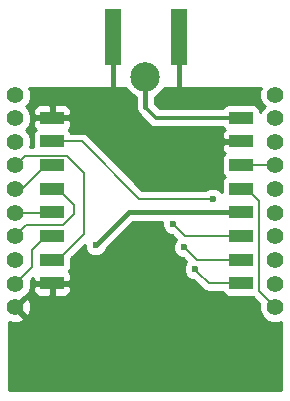
<source format=gbr>
G04 #@! TF.FileFunction,Copper,L2,Bot,Signal*
%FSLAX46Y46*%
G04 Gerber Fmt 4.6, Leading zero omitted, Abs format (unit mm)*
G04 Created by KiCad (PCBNEW 4.0.4-stable) date 12/30/16 23:23:28*
%MOMM*%
%LPD*%
G01*
G04 APERTURE LIST*
%ADD10C,0.100000*%
%ADD11C,0.500000*%
%ADD12C,1.400000*%
%ADD13R,2.000000X1.000000*%
%ADD14R,1.350000X4.700000*%
%ADD15C,2.500000*%
%ADD16C,0.600000*%
%ADD17C,0.203200*%
%ADD18C,0.381000*%
%ADD19C,0.349580*%
%ADD20C,0.200000*%
%ADD21C,0.254000*%
G04 APERTURE END LIST*
D10*
D11*
X177370000Y-105260000D03*
X177350000Y-107110000D03*
X179300000Y-107120000D03*
X186030000Y-105230000D03*
X187890000Y-110210000D03*
X180200000Y-110210000D03*
X183530000Y-110210000D03*
X183530000Y-112900000D03*
X183970000Y-123570000D03*
X183970000Y-120400000D03*
X180290000Y-120420000D03*
X181330000Y-107110000D03*
X180440000Y-105230000D03*
X189550000Y-124990000D03*
X194550000Y-124990000D03*
X194550000Y-129990000D03*
X189550000Y-129990000D03*
X184550000Y-129990000D03*
X184330000Y-106000000D03*
X189330000Y-106000000D03*
X188330000Y-106000000D03*
X187330000Y-106000000D03*
X186330000Y-106000000D03*
X185330000Y-106000000D03*
X189030000Y-108130000D03*
X188030000Y-108130000D03*
X187030000Y-108130000D03*
X186030000Y-108130000D03*
X185030000Y-108130000D03*
X184030000Y-108130000D03*
X179550000Y-129990000D03*
X175280000Y-105260000D03*
D12*
X194180000Y-105230000D03*
X194180000Y-107230000D03*
X194180000Y-109230000D03*
X194180000Y-111230000D03*
X194180000Y-113230000D03*
X194180000Y-115230000D03*
X194180000Y-117230000D03*
X194180000Y-119230000D03*
X194180000Y-121230000D03*
X194180000Y-123230000D03*
X172180000Y-123230000D03*
X172180000Y-121230000D03*
X172180000Y-119230000D03*
X172180000Y-117230000D03*
X172180000Y-115230000D03*
X172180000Y-113230000D03*
X172180000Y-111230000D03*
X172180000Y-109230000D03*
X172180000Y-107230000D03*
X172180000Y-105230000D03*
D13*
X175300000Y-121200000D03*
X175300000Y-119200000D03*
X175300000Y-117200000D03*
X175300000Y-115200000D03*
X175300000Y-113200000D03*
X175300000Y-111200000D03*
X175300000Y-109200000D03*
X175300000Y-107200000D03*
X191300000Y-107200000D03*
X191300000Y-109200000D03*
X191300000Y-111200000D03*
X191300000Y-113200000D03*
X191300000Y-115200000D03*
X191300000Y-117200000D03*
X191300000Y-119200000D03*
X191300000Y-121200000D03*
D14*
X180480000Y-100350000D03*
X186050000Y-100350000D03*
D15*
X183200000Y-103700000D03*
D11*
X174230000Y-123330000D03*
D16*
X179000000Y-118000000D03*
X188890403Y-114050403D03*
X185540000Y-116200000D03*
X186500000Y-118160000D03*
X187370000Y-120010000D03*
D17*
X172180000Y-113230000D02*
X172770000Y-113230000D01*
X172770000Y-113230000D02*
X174800000Y-111200000D01*
X174800000Y-111200000D02*
X175300000Y-111200000D01*
D18*
X186030000Y-105230000D02*
X186030000Y-100370000D01*
X186030000Y-100370000D02*
X186050000Y-100350000D01*
X180480000Y-100350000D02*
X180470000Y-100360000D01*
X180470000Y-100360000D02*
X180470000Y-105220000D01*
X180470000Y-105220000D02*
X180310000Y-105380000D01*
X191300000Y-115200000D02*
X181800000Y-115200000D01*
X181800000Y-115200000D02*
X179000000Y-118000000D01*
D19*
X184080000Y-107200000D02*
X183200000Y-106320000D01*
D18*
X183200000Y-106290000D02*
X183200000Y-103700000D01*
D19*
X184080000Y-107200000D02*
X191300000Y-107200000D01*
D17*
X172180000Y-115230000D02*
X175270000Y-115230000D01*
X175270000Y-115230000D02*
X175300000Y-115200000D01*
X172180000Y-117230000D02*
X173110000Y-116300000D01*
X173110000Y-116300000D02*
X176242882Y-116300000D01*
X176242882Y-116300000D02*
X177200000Y-115342882D01*
X177200000Y-115342882D02*
X177200000Y-114600000D01*
X177200000Y-114600000D02*
X175800000Y-113200000D01*
X175800000Y-113200000D02*
X175300000Y-113200000D01*
X188890403Y-114050403D02*
X182650403Y-114050403D01*
X182650403Y-114050403D02*
X177800000Y-109200000D01*
X177800000Y-109200000D02*
X175300000Y-109200000D01*
D20*
X194210000Y-115090000D02*
X194220000Y-115100000D01*
D17*
X191300000Y-111200000D02*
X194150000Y-111200000D01*
X194150000Y-111200000D02*
X194180000Y-111230000D01*
X191300000Y-113200000D02*
X191800000Y-113200000D01*
X191800000Y-113200000D02*
X192800000Y-114200000D01*
X192800000Y-114200000D02*
X192800000Y-121850000D01*
X192800000Y-121850000D02*
X194180000Y-123230000D01*
X185540000Y-116200000D02*
X186540000Y-117200000D01*
X186540000Y-117200000D02*
X191300000Y-117200000D01*
X187540000Y-119200000D02*
X186799999Y-118459999D01*
X191300000Y-119200000D02*
X187540000Y-119200000D01*
X186799999Y-118459999D02*
X186500000Y-118160000D01*
X187669999Y-120309999D02*
X187370000Y-120010000D01*
X188560000Y-121200000D02*
X187669999Y-120309999D01*
X191300000Y-121200000D02*
X188560000Y-121200000D01*
D20*
X194220000Y-109100000D02*
X193940000Y-109100000D01*
D17*
X172180000Y-111230000D02*
X173011601Y-110398399D01*
X173011601Y-110398399D02*
X176541281Y-110398399D01*
X176541281Y-110398399D02*
X178000000Y-111857118D01*
X178000000Y-117000000D02*
X175800000Y-119200000D01*
X178000000Y-111857118D02*
X178000000Y-117000000D01*
X175800000Y-119200000D02*
X175300000Y-119200000D01*
X173600000Y-119810000D02*
X173600000Y-118400000D01*
X173600000Y-118400000D02*
X174800000Y-117200000D01*
X174800000Y-117200000D02*
X175300000Y-117200000D01*
X172180000Y-121230000D02*
X173600000Y-119810000D01*
D20*
X194220000Y-113100000D02*
X194130000Y-113100000D01*
X194220000Y-121100000D02*
X193660000Y-121100000D01*
D21*
G36*
X184604838Y-116385167D02*
X184746883Y-116728943D01*
X185009673Y-116992192D01*
X185353201Y-117134838D01*
X185433198Y-117134908D01*
X185817982Y-117519692D01*
X185707808Y-117629673D01*
X185565162Y-117973201D01*
X185564838Y-118345167D01*
X185706883Y-118688943D01*
X185969673Y-118952192D01*
X186313201Y-119094838D01*
X186393198Y-119094908D01*
X186677973Y-119379683D01*
X186577808Y-119479673D01*
X186435162Y-119823201D01*
X186434838Y-120195167D01*
X186576883Y-120538943D01*
X186839673Y-120802192D01*
X187183201Y-120944838D01*
X187263198Y-120944908D01*
X188039145Y-121720855D01*
X188278115Y-121880530D01*
X188560000Y-121936600D01*
X189697664Y-121936600D01*
X189835910Y-122151441D01*
X190048110Y-122296431D01*
X190300000Y-122347440D01*
X192263500Y-122347440D01*
X192279145Y-122370855D01*
X192852962Y-122944672D01*
X192845232Y-122963287D01*
X192844769Y-123494383D01*
X193047582Y-123985229D01*
X193422796Y-124361098D01*
X193913287Y-124564768D01*
X194444383Y-124565231D01*
X194685000Y-124465810D01*
X194685000Y-130235000D01*
X171675000Y-130235000D01*
X171675000Y-124467526D01*
X171987122Y-124577419D01*
X172517440Y-124548664D01*
X172873831Y-124401042D01*
X172935669Y-124165275D01*
X172180000Y-123409605D01*
X172165858Y-123423748D01*
X171986253Y-123244143D01*
X172000395Y-123230000D01*
X172359605Y-123230000D01*
X173115275Y-123985669D01*
X173351042Y-123923831D01*
X173527419Y-123422878D01*
X173498664Y-122892560D01*
X173351042Y-122536169D01*
X173115275Y-122474331D01*
X172359605Y-123230000D01*
X172000395Y-123230000D01*
X171986253Y-123215858D01*
X172165858Y-123036252D01*
X172180000Y-123050395D01*
X172820621Y-122409773D01*
X172935229Y-122362418D01*
X173311098Y-121987204D01*
X173514768Y-121496713D01*
X173514777Y-121485750D01*
X173665000Y-121485750D01*
X173665000Y-121826310D01*
X173761673Y-122059699D01*
X173940302Y-122238327D01*
X174173691Y-122335000D01*
X175014250Y-122335000D01*
X175173000Y-122176250D01*
X175173000Y-121327000D01*
X175427000Y-121327000D01*
X175427000Y-122176250D01*
X175585750Y-122335000D01*
X176426309Y-122335000D01*
X176659698Y-122238327D01*
X176838327Y-122059699D01*
X176935000Y-121826310D01*
X176935000Y-121485750D01*
X176776250Y-121327000D01*
X175427000Y-121327000D01*
X175173000Y-121327000D01*
X173823750Y-121327000D01*
X173665000Y-121485750D01*
X173514777Y-121485750D01*
X173515231Y-120965617D01*
X173506712Y-120944998D01*
X173665000Y-120786710D01*
X173665000Y-120914250D01*
X173823750Y-121073000D01*
X175173000Y-121073000D01*
X175173000Y-121053000D01*
X175427000Y-121053000D01*
X175427000Y-121073000D01*
X176776250Y-121073000D01*
X176935000Y-120914250D01*
X176935000Y-120573690D01*
X176838327Y-120340301D01*
X176697089Y-120199064D01*
X176751441Y-120164090D01*
X176896431Y-119951890D01*
X176947440Y-119700000D01*
X176947440Y-119094270D01*
X178065020Y-117976690D01*
X178064838Y-118185167D01*
X178206883Y-118528943D01*
X178469673Y-118792192D01*
X178813201Y-118934838D01*
X179185167Y-118935162D01*
X179528943Y-118793117D01*
X179792192Y-118530327D01*
X179902318Y-118265116D01*
X182141934Y-116025500D01*
X184605151Y-116025500D01*
X184604838Y-116385167D01*
X184604838Y-116385167D01*
G37*
X184604838Y-116385167D02*
X184746883Y-116728943D01*
X185009673Y-116992192D01*
X185353201Y-117134838D01*
X185433198Y-117134908D01*
X185817982Y-117519692D01*
X185707808Y-117629673D01*
X185565162Y-117973201D01*
X185564838Y-118345167D01*
X185706883Y-118688943D01*
X185969673Y-118952192D01*
X186313201Y-119094838D01*
X186393198Y-119094908D01*
X186677973Y-119379683D01*
X186577808Y-119479673D01*
X186435162Y-119823201D01*
X186434838Y-120195167D01*
X186576883Y-120538943D01*
X186839673Y-120802192D01*
X187183201Y-120944838D01*
X187263198Y-120944908D01*
X188039145Y-121720855D01*
X188278115Y-121880530D01*
X188560000Y-121936600D01*
X189697664Y-121936600D01*
X189835910Y-122151441D01*
X190048110Y-122296431D01*
X190300000Y-122347440D01*
X192263500Y-122347440D01*
X192279145Y-122370855D01*
X192852962Y-122944672D01*
X192845232Y-122963287D01*
X192844769Y-123494383D01*
X193047582Y-123985229D01*
X193422796Y-124361098D01*
X193913287Y-124564768D01*
X194444383Y-124565231D01*
X194685000Y-124465810D01*
X194685000Y-130235000D01*
X171675000Y-130235000D01*
X171675000Y-124467526D01*
X171987122Y-124577419D01*
X172517440Y-124548664D01*
X172873831Y-124401042D01*
X172935669Y-124165275D01*
X172180000Y-123409605D01*
X172165858Y-123423748D01*
X171986253Y-123244143D01*
X172000395Y-123230000D01*
X172359605Y-123230000D01*
X173115275Y-123985669D01*
X173351042Y-123923831D01*
X173527419Y-123422878D01*
X173498664Y-122892560D01*
X173351042Y-122536169D01*
X173115275Y-122474331D01*
X172359605Y-123230000D01*
X172000395Y-123230000D01*
X171986253Y-123215858D01*
X172165858Y-123036252D01*
X172180000Y-123050395D01*
X172820621Y-122409773D01*
X172935229Y-122362418D01*
X173311098Y-121987204D01*
X173514768Y-121496713D01*
X173514777Y-121485750D01*
X173665000Y-121485750D01*
X173665000Y-121826310D01*
X173761673Y-122059699D01*
X173940302Y-122238327D01*
X174173691Y-122335000D01*
X175014250Y-122335000D01*
X175173000Y-122176250D01*
X175173000Y-121327000D01*
X175427000Y-121327000D01*
X175427000Y-122176250D01*
X175585750Y-122335000D01*
X176426309Y-122335000D01*
X176659698Y-122238327D01*
X176838327Y-122059699D01*
X176935000Y-121826310D01*
X176935000Y-121485750D01*
X176776250Y-121327000D01*
X175427000Y-121327000D01*
X175173000Y-121327000D01*
X173823750Y-121327000D01*
X173665000Y-121485750D01*
X173514777Y-121485750D01*
X173515231Y-120965617D01*
X173506712Y-120944998D01*
X173665000Y-120786710D01*
X173665000Y-120914250D01*
X173823750Y-121073000D01*
X175173000Y-121073000D01*
X175173000Y-121053000D01*
X175427000Y-121053000D01*
X175427000Y-121073000D01*
X176776250Y-121073000D01*
X176935000Y-120914250D01*
X176935000Y-120573690D01*
X176838327Y-120340301D01*
X176697089Y-120199064D01*
X176751441Y-120164090D01*
X176896431Y-119951890D01*
X176947440Y-119700000D01*
X176947440Y-119094270D01*
X178065020Y-117976690D01*
X178064838Y-118185167D01*
X178206883Y-118528943D01*
X178469673Y-118792192D01*
X178813201Y-118934838D01*
X179185167Y-118935162D01*
X179528943Y-118793117D01*
X179792192Y-118530327D01*
X179902318Y-118265116D01*
X182141934Y-116025500D01*
X184605151Y-116025500D01*
X184604838Y-116385167D01*
G36*
X181601043Y-104766372D02*
X182130839Y-105297093D01*
X182374500Y-105398270D01*
X182374500Y-106290000D01*
X182437337Y-106605905D01*
X182451211Y-106626668D01*
X182451852Y-106629893D01*
X182627392Y-106892608D01*
X183507392Y-107772608D01*
X183770107Y-107948148D01*
X184080000Y-108009790D01*
X189744760Y-108009790D01*
X189835910Y-108151441D01*
X189904006Y-108197969D01*
X189761673Y-108340301D01*
X189665000Y-108573690D01*
X189665000Y-108914250D01*
X189823750Y-109073000D01*
X191173000Y-109073000D01*
X191173000Y-109053000D01*
X191427000Y-109053000D01*
X191427000Y-109073000D01*
X191447000Y-109073000D01*
X191447000Y-109327000D01*
X191427000Y-109327000D01*
X191427000Y-109347000D01*
X191173000Y-109347000D01*
X191173000Y-109327000D01*
X189823750Y-109327000D01*
X189665000Y-109485750D01*
X189665000Y-109826310D01*
X189761673Y-110059699D01*
X189902911Y-110200936D01*
X189848559Y-110235910D01*
X189703569Y-110448110D01*
X189652560Y-110700000D01*
X189652560Y-111700000D01*
X189696838Y-111935317D01*
X189835910Y-112151441D01*
X189905711Y-112199134D01*
X189848559Y-112235910D01*
X189703569Y-112448110D01*
X189652560Y-112700000D01*
X189652560Y-113490446D01*
X189420730Y-113258211D01*
X189077202Y-113115565D01*
X188705236Y-113115241D01*
X188361460Y-113257286D01*
X188304844Y-113313803D01*
X182955513Y-113313803D01*
X178320855Y-108679145D01*
X178081885Y-108519470D01*
X177800000Y-108463400D01*
X176902336Y-108463400D01*
X176764090Y-108248559D01*
X176695994Y-108202031D01*
X176838327Y-108059699D01*
X176935000Y-107826310D01*
X176935000Y-107485750D01*
X176776250Y-107327000D01*
X175427000Y-107327000D01*
X175427000Y-107347000D01*
X175173000Y-107347000D01*
X175173000Y-107327000D01*
X173823750Y-107327000D01*
X173665000Y-107485750D01*
X173665000Y-107826310D01*
X173761673Y-108059699D01*
X173902911Y-108200936D01*
X173848559Y-108235910D01*
X173703569Y-108448110D01*
X173652560Y-108700000D01*
X173652560Y-109661799D01*
X173446218Y-109661799D01*
X173514768Y-109496713D01*
X173515231Y-108965617D01*
X173312418Y-108474771D01*
X173067976Y-108229902D01*
X173311098Y-107987204D01*
X173514768Y-107496713D01*
X173515231Y-106965617D01*
X173353291Y-106573690D01*
X173665000Y-106573690D01*
X173665000Y-106914250D01*
X173823750Y-107073000D01*
X175173000Y-107073000D01*
X175173000Y-106223750D01*
X175427000Y-106223750D01*
X175427000Y-107073000D01*
X176776250Y-107073000D01*
X176935000Y-106914250D01*
X176935000Y-106573690D01*
X176838327Y-106340301D01*
X176659698Y-106161673D01*
X176426309Y-106065000D01*
X175585750Y-106065000D01*
X175427000Y-106223750D01*
X175173000Y-106223750D01*
X175014250Y-106065000D01*
X174173691Y-106065000D01*
X173940302Y-106161673D01*
X173761673Y-106340301D01*
X173665000Y-106573690D01*
X173353291Y-106573690D01*
X173312418Y-106474771D01*
X173067976Y-106229902D01*
X173311098Y-105987204D01*
X173514768Y-105496713D01*
X173515231Y-104965617D01*
X173382780Y-104645060D01*
X181548137Y-104638329D01*
X181601043Y-104766372D01*
X181601043Y-104766372D01*
G37*
X181601043Y-104766372D02*
X182130839Y-105297093D01*
X182374500Y-105398270D01*
X182374500Y-106290000D01*
X182437337Y-106605905D01*
X182451211Y-106626668D01*
X182451852Y-106629893D01*
X182627392Y-106892608D01*
X183507392Y-107772608D01*
X183770107Y-107948148D01*
X184080000Y-108009790D01*
X189744760Y-108009790D01*
X189835910Y-108151441D01*
X189904006Y-108197969D01*
X189761673Y-108340301D01*
X189665000Y-108573690D01*
X189665000Y-108914250D01*
X189823750Y-109073000D01*
X191173000Y-109073000D01*
X191173000Y-109053000D01*
X191427000Y-109053000D01*
X191427000Y-109073000D01*
X191447000Y-109073000D01*
X191447000Y-109327000D01*
X191427000Y-109327000D01*
X191427000Y-109347000D01*
X191173000Y-109347000D01*
X191173000Y-109327000D01*
X189823750Y-109327000D01*
X189665000Y-109485750D01*
X189665000Y-109826310D01*
X189761673Y-110059699D01*
X189902911Y-110200936D01*
X189848559Y-110235910D01*
X189703569Y-110448110D01*
X189652560Y-110700000D01*
X189652560Y-111700000D01*
X189696838Y-111935317D01*
X189835910Y-112151441D01*
X189905711Y-112199134D01*
X189848559Y-112235910D01*
X189703569Y-112448110D01*
X189652560Y-112700000D01*
X189652560Y-113490446D01*
X189420730Y-113258211D01*
X189077202Y-113115565D01*
X188705236Y-113115241D01*
X188361460Y-113257286D01*
X188304844Y-113313803D01*
X182955513Y-113313803D01*
X178320855Y-108679145D01*
X178081885Y-108519470D01*
X177800000Y-108463400D01*
X176902336Y-108463400D01*
X176764090Y-108248559D01*
X176695994Y-108202031D01*
X176838327Y-108059699D01*
X176935000Y-107826310D01*
X176935000Y-107485750D01*
X176776250Y-107327000D01*
X175427000Y-107327000D01*
X175427000Y-107347000D01*
X175173000Y-107347000D01*
X175173000Y-107327000D01*
X173823750Y-107327000D01*
X173665000Y-107485750D01*
X173665000Y-107826310D01*
X173761673Y-108059699D01*
X173902911Y-108200936D01*
X173848559Y-108235910D01*
X173703569Y-108448110D01*
X173652560Y-108700000D01*
X173652560Y-109661799D01*
X173446218Y-109661799D01*
X173514768Y-109496713D01*
X173515231Y-108965617D01*
X173312418Y-108474771D01*
X173067976Y-108229902D01*
X173311098Y-107987204D01*
X173514768Y-107496713D01*
X173515231Y-106965617D01*
X173353291Y-106573690D01*
X173665000Y-106573690D01*
X173665000Y-106914250D01*
X173823750Y-107073000D01*
X175173000Y-107073000D01*
X175173000Y-106223750D01*
X175427000Y-106223750D01*
X175427000Y-107073000D01*
X176776250Y-107073000D01*
X176935000Y-106914250D01*
X176935000Y-106573690D01*
X176838327Y-106340301D01*
X176659698Y-106161673D01*
X176426309Y-106065000D01*
X175585750Y-106065000D01*
X175427000Y-106223750D01*
X175173000Y-106223750D01*
X175014250Y-106065000D01*
X174173691Y-106065000D01*
X173940302Y-106161673D01*
X173761673Y-106340301D01*
X173665000Y-106573690D01*
X173353291Y-106573690D01*
X173312418Y-106474771D01*
X173067976Y-106229902D01*
X173311098Y-105987204D01*
X173514768Y-105496713D01*
X173515231Y-104965617D01*
X173382780Y-104645060D01*
X181548137Y-104638329D01*
X181601043Y-104766372D01*
G36*
X192845232Y-104963287D02*
X192844769Y-105494383D01*
X193047582Y-105985229D01*
X193292024Y-106230098D01*
X193048902Y-106472796D01*
X192947440Y-106717143D01*
X192947440Y-106700000D01*
X192903162Y-106464683D01*
X192764090Y-106248559D01*
X192551890Y-106103569D01*
X192300000Y-106052560D01*
X190300000Y-106052560D01*
X190064683Y-106096838D01*
X189848559Y-106235910D01*
X189743130Y-106390210D01*
X184415426Y-106390210D01*
X184025500Y-106000284D01*
X184025500Y-105398483D01*
X184266372Y-105298957D01*
X184797093Y-104769161D01*
X184852550Y-104635605D01*
X192984081Y-104628901D01*
X192845232Y-104963287D01*
X192845232Y-104963287D01*
G37*
X192845232Y-104963287D02*
X192844769Y-105494383D01*
X193047582Y-105985229D01*
X193292024Y-106230098D01*
X193048902Y-106472796D01*
X192947440Y-106717143D01*
X192947440Y-106700000D01*
X192903162Y-106464683D01*
X192764090Y-106248559D01*
X192551890Y-106103569D01*
X192300000Y-106052560D01*
X190300000Y-106052560D01*
X190064683Y-106096838D01*
X189848559Y-106235910D01*
X189743130Y-106390210D01*
X184415426Y-106390210D01*
X184025500Y-106000284D01*
X184025500Y-105398483D01*
X184266372Y-105298957D01*
X184797093Y-104769161D01*
X184852550Y-104635605D01*
X192984081Y-104628901D01*
X192845232Y-104963287D01*
M02*

</source>
